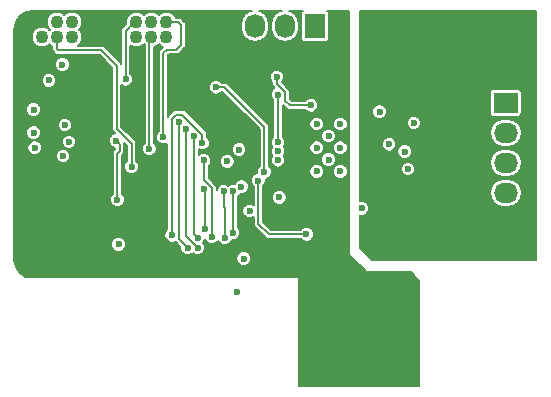
<source format=gbr>
G04 #@! TF.FileFunction,Copper,L2,Inr,Signal*
%FSLAX46Y46*%
G04 Gerber Fmt 4.6, Leading zero omitted, Abs format (unit mm)*
G04 Created by KiCad (PCBNEW 4.0.6-e0-6349~53~ubuntu14.04.1) date Wed Mar 29 13:27:08 2017*
%MOMM*%
%LPD*%
G01*
G04 APERTURE LIST*
%ADD10C,0.100000*%
%ADD11C,0.600000*%
%ADD12R,2.032000X1.727200*%
%ADD13O,2.032000X1.727200*%
%ADD14C,1.100000*%
%ADD15R,1.727200X2.032000*%
%ADD16O,1.727200X2.032000*%
%ADD17C,0.150000*%
%ADD18C,1.000000*%
%ADD19C,0.500000*%
%ADD20C,0.200000*%
G04 APERTURE END LIST*
D10*
D11*
X152000000Y-83000000D03*
X152000000Y-81000000D03*
X153000000Y-84000000D03*
X151000000Y-84000000D03*
X153000000Y-82000000D03*
X151000000Y-82000000D03*
X153000000Y-80000000D03*
X151000000Y-80000000D03*
D12*
X167000000Y-78190000D03*
D13*
X167000000Y-80730000D03*
X167000000Y-83270000D03*
X167000000Y-85810000D03*
D11*
X143425000Y-83150000D03*
X144425000Y-82150000D03*
D14*
X138270000Y-72635000D03*
X138270000Y-71365000D03*
X137000000Y-72635000D03*
X137000000Y-71365000D03*
X135730000Y-72635000D03*
X135730000Y-71365000D03*
X130270000Y-72635000D03*
X130270000Y-71365000D03*
X129000000Y-72635000D03*
X129000000Y-71365000D03*
X127730000Y-72635000D03*
X127730000Y-71365000D03*
D15*
X150865000Y-71700000D03*
D16*
X148325000Y-71700000D03*
X145785000Y-71700000D03*
D11*
X129525000Y-82700000D03*
X145275000Y-76950000D03*
X143325000Y-74400000D03*
X147450000Y-84625000D03*
X135325000Y-77500000D03*
X140725000Y-76900000D03*
X138025000Y-83200000D03*
X151825000Y-90500000D03*
X150825000Y-90500000D03*
X149825000Y-90500000D03*
X140925000Y-90450000D03*
X139925000Y-80400000D03*
X140075000Y-90450000D03*
X139325000Y-79800000D03*
X143925000Y-89200000D03*
X143925000Y-85700000D03*
X143225000Y-89600000D03*
X143125000Y-85700000D03*
X158650000Y-85525000D03*
X158650000Y-86300000D03*
X158650000Y-87050000D03*
X134225000Y-90175000D03*
X156350000Y-84275000D03*
X156300000Y-79725000D03*
X142125000Y-89550000D03*
X141450000Y-83075000D03*
X141525000Y-88900000D03*
X141425000Y-85500000D03*
X138725000Y-89400000D03*
X141325000Y-81600000D03*
X156325000Y-78950000D03*
X147825000Y-86200000D03*
X159225000Y-79900000D03*
X157125000Y-81700000D03*
X158450000Y-82325000D03*
X158725000Y-83800000D03*
X144625000Y-85300000D03*
X154825000Y-87125000D03*
X150525000Y-78400000D03*
X147625000Y-76000000D03*
X142475000Y-76875000D03*
X146575000Y-84025000D03*
X129475000Y-74950000D03*
X138025000Y-81100000D03*
X130025000Y-81500000D03*
X136825000Y-82100000D03*
X134825000Y-76200000D03*
X128325000Y-76300000D03*
X147725000Y-83050000D03*
X135325000Y-83600000D03*
X147725000Y-82300000D03*
X127125000Y-82000000D03*
X129675000Y-80075000D03*
X147725000Y-77500000D03*
X147725000Y-81550000D03*
X140925000Y-89600000D03*
X140625000Y-81000000D03*
X144225000Y-94225000D03*
X127025000Y-78775000D03*
X145325000Y-87350000D03*
X134125000Y-86400000D03*
X134025000Y-81400000D03*
X144825000Y-91375000D03*
X127025000Y-80725000D03*
X146050000Y-84775000D03*
X150125000Y-89325000D03*
D17*
X135725000Y-72640000D02*
X135730000Y-72635000D01*
X139925000Y-89450000D02*
X140925000Y-90450000D01*
X139925000Y-89450000D02*
X139925000Y-80400000D01*
X139325000Y-89700000D02*
X140075000Y-90450000D01*
X139325000Y-89700000D02*
X139325000Y-79800000D01*
X143925000Y-85700000D02*
X143925000Y-89200000D01*
X143225000Y-89600000D02*
X143225000Y-87100000D01*
X143125000Y-87000000D02*
X143125000Y-85700000D01*
X143225000Y-87100000D02*
X143125000Y-87000000D01*
D18*
X156350000Y-84275000D02*
X156350000Y-83225000D01*
X156350000Y-83225000D02*
X156025000Y-82900000D01*
X156025000Y-82900000D02*
X156025000Y-81000000D01*
D19*
X156025000Y-81000000D02*
X156300000Y-80725000D01*
X156300000Y-80725000D02*
X156300000Y-79725000D01*
D17*
X141675000Y-84950000D02*
X141450000Y-84725000D01*
X142125000Y-89550000D02*
X142125000Y-85400000D01*
X142125000Y-85400000D02*
X141675000Y-84950000D01*
X141450000Y-84725000D02*
X141450000Y-83075000D01*
X141525000Y-88900000D02*
X141525000Y-85600000D01*
X141525000Y-85600000D02*
X141425000Y-85500000D01*
X138725000Y-79600000D02*
X139125000Y-79200000D01*
X139125000Y-79200000D02*
X139625000Y-79200000D01*
X138725000Y-89400000D02*
X138725000Y-79600000D01*
X139625000Y-79200000D02*
X141325000Y-80900000D01*
X141325000Y-80900000D02*
X141325000Y-81600000D01*
X150525000Y-78400000D02*
X148725000Y-78400000D01*
X147625000Y-76600000D02*
X147625000Y-76000000D01*
X148325000Y-77300000D02*
X147625000Y-76600000D01*
X148325000Y-78000000D02*
X148325000Y-77300000D01*
X148725000Y-78400000D02*
X148325000Y-78000000D01*
X143175000Y-76875000D02*
X142475000Y-76875000D01*
X145825000Y-79525000D02*
X143175000Y-76875000D01*
X146575000Y-80275000D02*
X146575000Y-84025000D01*
X145800000Y-79500000D02*
X145825000Y-79525000D01*
X145825000Y-79525000D02*
X146575000Y-80275000D01*
X138025000Y-81100000D02*
X138025000Y-74000000D01*
X139290000Y-71365000D02*
X138270000Y-71365000D01*
X139525000Y-71600000D02*
X139290000Y-71365000D01*
X139525000Y-73300000D02*
X139525000Y-71600000D01*
X139125000Y-73700000D02*
X139525000Y-73300000D01*
X138325000Y-73700000D02*
X139125000Y-73700000D01*
X138025000Y-74000000D02*
X138325000Y-73700000D01*
X136825000Y-72810000D02*
X136825000Y-82100000D01*
X136825000Y-72810000D02*
X137000000Y-72635000D01*
X137025000Y-72660000D02*
X137000000Y-72635000D01*
X134825000Y-76200000D02*
X134825000Y-72100000D01*
X134825000Y-72100000D02*
X135560000Y-71365000D01*
X135560000Y-71365000D02*
X135730000Y-71365000D01*
X135325000Y-83600000D02*
X135325000Y-81650000D01*
X129000000Y-73650000D02*
X129000000Y-72635000D01*
X129100000Y-73750000D02*
X129000000Y-73650000D01*
X132775000Y-73750000D02*
X129100000Y-73750000D01*
X134075000Y-75050000D02*
X132775000Y-73750000D01*
X134075000Y-80400000D02*
X134075000Y-75050000D01*
X135325000Y-81650000D02*
X134075000Y-80400000D01*
X147725000Y-81550000D02*
X147725000Y-77500000D01*
X130225000Y-72680000D02*
X130270000Y-72635000D01*
X140625000Y-89300000D02*
X140625000Y-81000000D01*
X140625000Y-89300000D02*
X140925000Y-89600000D01*
X134125000Y-86400000D02*
X134125000Y-82500000D01*
X134025000Y-81400000D02*
X134325000Y-81700000D01*
X134325000Y-82300000D02*
X134325000Y-81700000D01*
X134125000Y-82500000D02*
X134325000Y-82300000D01*
X146950000Y-89325000D02*
X146050000Y-88425000D01*
X146050000Y-88425000D02*
X146050000Y-84775000D01*
X150125000Y-89325000D02*
X146950000Y-89325000D01*
D20*
G36*
X145332056Y-70427922D02*
X144948068Y-70684494D01*
X144691496Y-71068482D01*
X144601400Y-71521426D01*
X144601400Y-71878574D01*
X144691496Y-72331518D01*
X144948068Y-72715506D01*
X145332056Y-72972078D01*
X145785000Y-73062174D01*
X146237944Y-72972078D01*
X146621932Y-72715506D01*
X146878504Y-72331518D01*
X146968600Y-71878574D01*
X146968600Y-71521426D01*
X146878504Y-71068482D01*
X146621932Y-70684494D01*
X146237944Y-70427922D01*
X146072434Y-70395000D01*
X148037566Y-70395000D01*
X147872056Y-70427922D01*
X147488068Y-70684494D01*
X147231496Y-71068482D01*
X147141400Y-71521426D01*
X147141400Y-71878574D01*
X147231496Y-72331518D01*
X147488068Y-72715506D01*
X147872056Y-72972078D01*
X148325000Y-73062174D01*
X148777944Y-72972078D01*
X149161932Y-72715506D01*
X149418504Y-72331518D01*
X149508600Y-71878574D01*
X149508600Y-71521426D01*
X149418504Y-71068482D01*
X149161932Y-70684494D01*
X148777944Y-70427922D01*
X148612434Y-70395000D01*
X149859573Y-70395000D01*
X149773902Y-70450128D01*
X149700836Y-70557063D01*
X149675131Y-70684000D01*
X149675131Y-72716000D01*
X149697444Y-72834585D01*
X149767528Y-72943498D01*
X149874463Y-73016564D01*
X150001400Y-73042269D01*
X151728600Y-73042269D01*
X151847185Y-73019956D01*
X151956098Y-72949872D01*
X152029164Y-72842937D01*
X152054869Y-72716000D01*
X152054869Y-70684000D01*
X152032556Y-70565415D01*
X151962472Y-70456502D01*
X151872461Y-70395000D01*
X153725000Y-70395000D01*
X153725000Y-91000000D01*
X153732879Y-91038906D01*
X153754289Y-91070711D01*
X155154289Y-92470711D01*
X155187371Y-92492650D01*
X155225000Y-92500000D01*
X158982645Y-92500000D01*
X159700000Y-93240495D01*
X159700000Y-102200000D01*
X149500000Y-102200000D01*
X149500000Y-93000000D01*
X149492121Y-92961094D01*
X149469727Y-92928319D01*
X149436346Y-92906839D01*
X149400000Y-92900000D01*
X126275496Y-92900000D01*
X125870565Y-92629435D01*
X125524323Y-92111245D01*
X125402298Y-91497785D01*
X144204892Y-91497785D01*
X144299083Y-91725743D01*
X144473339Y-91900304D01*
X144701133Y-91994893D01*
X144947785Y-91995108D01*
X145175743Y-91900917D01*
X145350304Y-91726661D01*
X145444893Y-91498867D01*
X145445108Y-91252215D01*
X145350917Y-91024257D01*
X145176661Y-90849696D01*
X144948867Y-90755107D01*
X144702215Y-90754892D01*
X144474257Y-90849083D01*
X144299696Y-91023339D01*
X144205107Y-91251133D01*
X144204892Y-91497785D01*
X125402298Y-91497785D01*
X125395000Y-91461096D01*
X125395000Y-90297785D01*
X133604892Y-90297785D01*
X133699083Y-90525743D01*
X133873339Y-90700304D01*
X134101133Y-90794893D01*
X134347785Y-90795108D01*
X134575743Y-90700917D01*
X134750304Y-90526661D01*
X134844893Y-90298867D01*
X134845108Y-90052215D01*
X134750917Y-89824257D01*
X134576661Y-89649696D01*
X134348867Y-89555107D01*
X134102215Y-89554892D01*
X133874257Y-89649083D01*
X133699696Y-89823339D01*
X133605107Y-90051133D01*
X133604892Y-90297785D01*
X125395000Y-90297785D01*
X125395000Y-82822785D01*
X128904892Y-82822785D01*
X128999083Y-83050743D01*
X129173339Y-83225304D01*
X129401133Y-83319893D01*
X129647785Y-83320108D01*
X129875743Y-83225917D01*
X130050304Y-83051661D01*
X130144893Y-82823867D01*
X130145108Y-82577215D01*
X130050917Y-82349257D01*
X129876661Y-82174696D01*
X129648867Y-82080107D01*
X129402215Y-82079892D01*
X129174257Y-82174083D01*
X128999696Y-82348339D01*
X128905107Y-82576133D01*
X128904892Y-82822785D01*
X125395000Y-82822785D01*
X125395000Y-82122785D01*
X126504892Y-82122785D01*
X126599083Y-82350743D01*
X126773339Y-82525304D01*
X127001133Y-82619893D01*
X127247785Y-82620108D01*
X127475743Y-82525917D01*
X127650304Y-82351661D01*
X127744893Y-82123867D01*
X127745108Y-81877215D01*
X127650917Y-81649257D01*
X127624492Y-81622785D01*
X129404892Y-81622785D01*
X129499083Y-81850743D01*
X129673339Y-82025304D01*
X129901133Y-82119893D01*
X130147785Y-82120108D01*
X130375743Y-82025917D01*
X130550304Y-81851661D01*
X130644893Y-81623867D01*
X130645108Y-81377215D01*
X130550917Y-81149257D01*
X130376661Y-80974696D01*
X130148867Y-80880107D01*
X129902215Y-80879892D01*
X129674257Y-80974083D01*
X129499696Y-81148339D01*
X129405107Y-81376133D01*
X129404892Y-81622785D01*
X127624492Y-81622785D01*
X127476661Y-81474696D01*
X127248867Y-81380107D01*
X127002215Y-81379892D01*
X126774257Y-81474083D01*
X126599696Y-81648339D01*
X126505107Y-81876133D01*
X126504892Y-82122785D01*
X125395000Y-82122785D01*
X125395000Y-80847785D01*
X126404892Y-80847785D01*
X126499083Y-81075743D01*
X126673339Y-81250304D01*
X126901133Y-81344893D01*
X127147785Y-81345108D01*
X127375743Y-81250917D01*
X127550304Y-81076661D01*
X127644893Y-80848867D01*
X127645108Y-80602215D01*
X127550917Y-80374257D01*
X127376661Y-80199696D01*
X127372059Y-80197785D01*
X129054892Y-80197785D01*
X129149083Y-80425743D01*
X129323339Y-80600304D01*
X129551133Y-80694893D01*
X129797785Y-80695108D01*
X130025743Y-80600917D01*
X130200304Y-80426661D01*
X130294893Y-80198867D01*
X130295108Y-79952215D01*
X130200917Y-79724257D01*
X130026661Y-79549696D01*
X129798867Y-79455107D01*
X129552215Y-79454892D01*
X129324257Y-79549083D01*
X129149696Y-79723339D01*
X129055107Y-79951133D01*
X129054892Y-80197785D01*
X127372059Y-80197785D01*
X127148867Y-80105107D01*
X126902215Y-80104892D01*
X126674257Y-80199083D01*
X126499696Y-80373339D01*
X126405107Y-80601133D01*
X126404892Y-80847785D01*
X125395000Y-80847785D01*
X125395000Y-78897785D01*
X126404892Y-78897785D01*
X126499083Y-79125743D01*
X126673339Y-79300304D01*
X126901133Y-79394893D01*
X127147785Y-79395108D01*
X127375743Y-79300917D01*
X127550304Y-79126661D01*
X127644893Y-78898867D01*
X127645108Y-78652215D01*
X127550917Y-78424257D01*
X127376661Y-78249696D01*
X127148867Y-78155107D01*
X126902215Y-78154892D01*
X126674257Y-78249083D01*
X126499696Y-78423339D01*
X126405107Y-78651133D01*
X126404892Y-78897785D01*
X125395000Y-78897785D01*
X125395000Y-76422785D01*
X127704892Y-76422785D01*
X127799083Y-76650743D01*
X127973339Y-76825304D01*
X128201133Y-76919893D01*
X128447785Y-76920108D01*
X128675743Y-76825917D01*
X128850304Y-76651661D01*
X128944893Y-76423867D01*
X128945108Y-76177215D01*
X128850917Y-75949257D01*
X128676661Y-75774696D01*
X128448867Y-75680107D01*
X128202215Y-75679892D01*
X127974257Y-75774083D01*
X127799696Y-75948339D01*
X127705107Y-76176133D01*
X127704892Y-76422785D01*
X125395000Y-76422785D01*
X125395000Y-75072785D01*
X128854892Y-75072785D01*
X128949083Y-75300743D01*
X129123339Y-75475304D01*
X129351133Y-75569893D01*
X129597785Y-75570108D01*
X129825743Y-75475917D01*
X130000304Y-75301661D01*
X130094893Y-75073867D01*
X130095108Y-74827215D01*
X130000917Y-74599257D01*
X129826661Y-74424696D01*
X129598867Y-74330107D01*
X129352215Y-74329892D01*
X129124257Y-74424083D01*
X128949696Y-74598339D01*
X128855107Y-74826133D01*
X128854892Y-75072785D01*
X125395000Y-75072785D01*
X125395000Y-72807294D01*
X126859850Y-72807294D01*
X126992020Y-73127171D01*
X127236541Y-73372120D01*
X127556187Y-73504848D01*
X127902294Y-73505150D01*
X128222171Y-73372980D01*
X128365035Y-73230366D01*
X128506541Y-73372120D01*
X128605000Y-73413004D01*
X128605000Y-73650000D01*
X128635068Y-73801160D01*
X128720693Y-73929307D01*
X128820693Y-74029307D01*
X128948840Y-74114932D01*
X129100000Y-74145000D01*
X132611386Y-74145000D01*
X133680000Y-75213614D01*
X133680000Y-80400000D01*
X133710068Y-80551160D01*
X133795693Y-80679307D01*
X133898014Y-80781628D01*
X133674257Y-80874083D01*
X133499696Y-81048339D01*
X133405107Y-81276133D01*
X133404892Y-81522785D01*
X133499083Y-81750743D01*
X133673339Y-81925304D01*
X133901133Y-82019893D01*
X133930000Y-82019918D01*
X133930000Y-82136386D01*
X133845693Y-82220693D01*
X133760068Y-82348840D01*
X133730000Y-82500000D01*
X133730000Y-85918263D01*
X133599696Y-86048339D01*
X133505107Y-86276133D01*
X133504892Y-86522785D01*
X133599083Y-86750743D01*
X133773339Y-86925304D01*
X134001133Y-87019893D01*
X134247785Y-87020108D01*
X134475743Y-86925917D01*
X134650304Y-86751661D01*
X134744893Y-86523867D01*
X134745108Y-86277215D01*
X134650917Y-86049257D01*
X134520000Y-85918111D01*
X134520000Y-82663614D01*
X134604307Y-82579307D01*
X134639981Y-82525917D01*
X134689932Y-82451160D01*
X134720000Y-82300000D01*
X134720000Y-81700000D01*
X134696067Y-81579681D01*
X134930000Y-81813614D01*
X134930000Y-83118263D01*
X134799696Y-83248339D01*
X134705107Y-83476133D01*
X134704892Y-83722785D01*
X134799083Y-83950743D01*
X134973339Y-84125304D01*
X135201133Y-84219893D01*
X135447785Y-84220108D01*
X135675743Y-84125917D01*
X135850304Y-83951661D01*
X135944893Y-83723867D01*
X135945108Y-83477215D01*
X135850917Y-83249257D01*
X135720000Y-83118111D01*
X135720000Y-81650000D01*
X135689932Y-81498840D01*
X135604307Y-81370693D01*
X134470000Y-80236386D01*
X134470000Y-76721959D01*
X134473339Y-76725304D01*
X134701133Y-76819893D01*
X134947785Y-76820108D01*
X135175743Y-76725917D01*
X135350304Y-76551661D01*
X135444893Y-76323867D01*
X135445108Y-76077215D01*
X135350917Y-75849257D01*
X135220000Y-75718111D01*
X135220000Y-73355550D01*
X135236541Y-73372120D01*
X135556187Y-73504848D01*
X135902294Y-73505150D01*
X136222171Y-73372980D01*
X136365035Y-73230366D01*
X136430000Y-73295445D01*
X136430000Y-81618263D01*
X136299696Y-81748339D01*
X136205107Y-81976133D01*
X136204892Y-82222785D01*
X136299083Y-82450743D01*
X136473339Y-82625304D01*
X136701133Y-82719893D01*
X136947785Y-82720108D01*
X137175743Y-82625917D01*
X137350304Y-82451661D01*
X137444893Y-82223867D01*
X137445108Y-81977215D01*
X137350917Y-81749257D01*
X137220000Y-81618111D01*
X137220000Y-73485438D01*
X137492171Y-73372980D01*
X137635035Y-73230366D01*
X137776541Y-73372120D01*
X138001044Y-73465342D01*
X137745693Y-73720693D01*
X137660068Y-73848840D01*
X137630000Y-74000000D01*
X137630000Y-80618263D01*
X137499696Y-80748339D01*
X137405107Y-80976133D01*
X137404892Y-81222785D01*
X137499083Y-81450743D01*
X137673339Y-81625304D01*
X137901133Y-81719893D01*
X138147785Y-81720108D01*
X138330000Y-81644818D01*
X138330000Y-88918263D01*
X138199696Y-89048339D01*
X138105107Y-89276133D01*
X138104892Y-89522785D01*
X138199083Y-89750743D01*
X138373339Y-89925304D01*
X138601133Y-90019893D01*
X138847785Y-90020108D01*
X139024239Y-89947198D01*
X139045693Y-89979307D01*
X139455052Y-90388666D01*
X139454892Y-90572785D01*
X139549083Y-90800743D01*
X139723339Y-90975304D01*
X139951133Y-91069893D01*
X140197785Y-91070108D01*
X140425743Y-90975917D01*
X140499977Y-90901813D01*
X140573339Y-90975304D01*
X140801133Y-91069893D01*
X141047785Y-91070108D01*
X141275743Y-90975917D01*
X141450304Y-90801661D01*
X141544893Y-90573867D01*
X141545108Y-90327215D01*
X141450917Y-90099257D01*
X141376813Y-90025023D01*
X141450304Y-89951661D01*
X141535423Y-89746674D01*
X141599083Y-89900743D01*
X141773339Y-90075304D01*
X142001133Y-90169893D01*
X142247785Y-90170108D01*
X142475743Y-90075917D01*
X142650304Y-89901661D01*
X142664588Y-89867260D01*
X142699083Y-89950743D01*
X142873339Y-90125304D01*
X143101133Y-90219893D01*
X143347785Y-90220108D01*
X143575743Y-90125917D01*
X143750304Y-89951661D01*
X143805018Y-89819896D01*
X144047785Y-89820108D01*
X144275743Y-89725917D01*
X144450304Y-89551661D01*
X144544893Y-89323867D01*
X144545108Y-89077215D01*
X144450917Y-88849257D01*
X144320000Y-88718111D01*
X144320000Y-86181737D01*
X144450304Y-86051661D01*
X144505018Y-85919896D01*
X144747785Y-85920108D01*
X144975743Y-85825917D01*
X145150304Y-85651661D01*
X145244893Y-85423867D01*
X145245108Y-85177215D01*
X145150917Y-84949257D01*
X144976661Y-84774696D01*
X144748867Y-84680107D01*
X144502215Y-84679892D01*
X144274257Y-84774083D01*
X144099696Y-84948339D01*
X144044982Y-85080104D01*
X143802215Y-85079892D01*
X143574257Y-85174083D01*
X143525067Y-85223187D01*
X143476661Y-85174696D01*
X143248867Y-85080107D01*
X143002215Y-85079892D01*
X142774257Y-85174083D01*
X142599696Y-85348339D01*
X142520000Y-85540267D01*
X142520000Y-85400000D01*
X142489932Y-85248840D01*
X142404307Y-85120693D01*
X141845000Y-84561386D01*
X141845000Y-83556737D01*
X141975304Y-83426661D01*
X142039199Y-83272785D01*
X142804892Y-83272785D01*
X142899083Y-83500743D01*
X143073339Y-83675304D01*
X143301133Y-83769893D01*
X143547785Y-83770108D01*
X143775743Y-83675917D01*
X143950304Y-83501661D01*
X144044893Y-83273867D01*
X144045108Y-83027215D01*
X143950917Y-82799257D01*
X143776661Y-82624696D01*
X143548867Y-82530107D01*
X143302215Y-82529892D01*
X143074257Y-82624083D01*
X142899696Y-82798339D01*
X142805107Y-83026133D01*
X142804892Y-83272785D01*
X142039199Y-83272785D01*
X142069893Y-83198867D01*
X142070108Y-82952215D01*
X141975917Y-82724257D01*
X141801661Y-82549696D01*
X141573867Y-82455107D01*
X141327215Y-82454892D01*
X141099257Y-82549083D01*
X141020000Y-82628202D01*
X141020000Y-82272785D01*
X143804892Y-82272785D01*
X143899083Y-82500743D01*
X144073339Y-82675304D01*
X144301133Y-82769893D01*
X144547785Y-82770108D01*
X144775743Y-82675917D01*
X144950304Y-82501661D01*
X145044893Y-82273867D01*
X145045108Y-82027215D01*
X144950917Y-81799257D01*
X144776661Y-81624696D01*
X144548867Y-81530107D01*
X144302215Y-81529892D01*
X144074257Y-81624083D01*
X143899696Y-81798339D01*
X143805107Y-82026133D01*
X143804892Y-82272785D01*
X141020000Y-82272785D01*
X141020000Y-82144679D01*
X141201133Y-82219893D01*
X141447785Y-82220108D01*
X141675743Y-82125917D01*
X141850304Y-81951661D01*
X141944893Y-81723867D01*
X141945108Y-81477215D01*
X141850917Y-81249257D01*
X141720000Y-81118111D01*
X141720000Y-80900000D01*
X141689932Y-80748840D01*
X141604307Y-80620693D01*
X139904307Y-78920693D01*
X139776160Y-78835068D01*
X139625000Y-78805000D01*
X139125000Y-78805000D01*
X138973840Y-78835068D01*
X138845693Y-78920693D01*
X138445693Y-79320693D01*
X138420000Y-79359145D01*
X138420000Y-76997785D01*
X141854892Y-76997785D01*
X141949083Y-77225743D01*
X142123339Y-77400304D01*
X142351133Y-77494893D01*
X142597785Y-77495108D01*
X142825743Y-77400917D01*
X142956889Y-77270000D01*
X143011386Y-77270000D01*
X146180000Y-80438614D01*
X146180000Y-83543263D01*
X146049696Y-83673339D01*
X145955107Y-83901133D01*
X145954892Y-84147785D01*
X145957840Y-84154919D01*
X145927215Y-84154892D01*
X145699257Y-84249083D01*
X145524696Y-84423339D01*
X145430107Y-84651133D01*
X145429892Y-84897785D01*
X145524083Y-85125743D01*
X145655000Y-85256889D01*
X145655000Y-86815702D01*
X145448867Y-86730107D01*
X145202215Y-86729892D01*
X144974257Y-86824083D01*
X144799696Y-86998339D01*
X144705107Y-87226133D01*
X144704892Y-87472785D01*
X144799083Y-87700743D01*
X144973339Y-87875304D01*
X145201133Y-87969893D01*
X145447785Y-87970108D01*
X145655000Y-87884488D01*
X145655000Y-88425000D01*
X145685068Y-88576160D01*
X145770693Y-88704307D01*
X146670693Y-89604307D01*
X146798840Y-89689932D01*
X146950000Y-89720000D01*
X149643263Y-89720000D01*
X149773339Y-89850304D01*
X150001133Y-89944893D01*
X150247785Y-89945108D01*
X150475743Y-89850917D01*
X150650304Y-89676661D01*
X150744893Y-89448867D01*
X150745108Y-89202215D01*
X150650917Y-88974257D01*
X150476661Y-88799696D01*
X150248867Y-88705107D01*
X150002215Y-88704892D01*
X149774257Y-88799083D01*
X149643111Y-88930000D01*
X147113614Y-88930000D01*
X146445000Y-88261386D01*
X146445000Y-86322785D01*
X147204892Y-86322785D01*
X147299083Y-86550743D01*
X147473339Y-86725304D01*
X147701133Y-86819893D01*
X147947785Y-86820108D01*
X148175743Y-86725917D01*
X148350304Y-86551661D01*
X148444893Y-86323867D01*
X148445108Y-86077215D01*
X148350917Y-85849257D01*
X148176661Y-85674696D01*
X147948867Y-85580107D01*
X147702215Y-85579892D01*
X147474257Y-85674083D01*
X147299696Y-85848339D01*
X147205107Y-86076133D01*
X147204892Y-86322785D01*
X146445000Y-86322785D01*
X146445000Y-85256737D01*
X146575304Y-85126661D01*
X146669893Y-84898867D01*
X146670108Y-84652215D01*
X146667160Y-84645081D01*
X146697785Y-84645108D01*
X146925743Y-84550917D01*
X147100304Y-84376661D01*
X147194893Y-84148867D01*
X147194915Y-84122785D01*
X150379892Y-84122785D01*
X150474083Y-84350743D01*
X150648339Y-84525304D01*
X150876133Y-84619893D01*
X151122785Y-84620108D01*
X151350743Y-84525917D01*
X151525304Y-84351661D01*
X151619893Y-84123867D01*
X151619893Y-84122785D01*
X152379892Y-84122785D01*
X152474083Y-84350743D01*
X152648339Y-84525304D01*
X152876133Y-84619893D01*
X153122785Y-84620108D01*
X153350743Y-84525917D01*
X153525304Y-84351661D01*
X153619893Y-84123867D01*
X153620108Y-83877215D01*
X153525917Y-83649257D01*
X153351661Y-83474696D01*
X153123867Y-83380107D01*
X152877215Y-83379892D01*
X152649257Y-83474083D01*
X152474696Y-83648339D01*
X152380107Y-83876133D01*
X152379892Y-84122785D01*
X151619893Y-84122785D01*
X151620108Y-83877215D01*
X151525917Y-83649257D01*
X151351661Y-83474696D01*
X151123867Y-83380107D01*
X150877215Y-83379892D01*
X150649257Y-83474083D01*
X150474696Y-83648339D01*
X150380107Y-83876133D01*
X150379892Y-84122785D01*
X147194915Y-84122785D01*
X147195108Y-83902215D01*
X147100917Y-83674257D01*
X146970000Y-83543111D01*
X146970000Y-80275000D01*
X146939932Y-80123840D01*
X146854307Y-79995693D01*
X143454307Y-76595693D01*
X143326160Y-76510068D01*
X143175000Y-76480000D01*
X142956737Y-76480000D01*
X142826661Y-76349696D01*
X142598867Y-76255107D01*
X142352215Y-76254892D01*
X142124257Y-76349083D01*
X141949696Y-76523339D01*
X141855107Y-76751133D01*
X141854892Y-76997785D01*
X138420000Y-76997785D01*
X138420000Y-76122785D01*
X147004892Y-76122785D01*
X147099083Y-76350743D01*
X147230000Y-76481889D01*
X147230000Y-76600000D01*
X147260068Y-76751160D01*
X147345693Y-76879307D01*
X147421110Y-76954724D01*
X147374257Y-76974083D01*
X147199696Y-77148339D01*
X147105107Y-77376133D01*
X147104892Y-77622785D01*
X147199083Y-77850743D01*
X147330000Y-77981889D01*
X147330000Y-81068263D01*
X147199696Y-81198339D01*
X147105107Y-81426133D01*
X147104892Y-81672785D01*
X147199083Y-81900743D01*
X147223187Y-81924889D01*
X147199696Y-81948339D01*
X147105107Y-82176133D01*
X147104892Y-82422785D01*
X147199083Y-82650743D01*
X147223187Y-82674889D01*
X147199696Y-82698339D01*
X147105107Y-82926133D01*
X147104892Y-83172785D01*
X147199083Y-83400743D01*
X147373339Y-83575304D01*
X147601133Y-83669893D01*
X147847785Y-83670108D01*
X148075743Y-83575917D01*
X148250304Y-83401661D01*
X148344893Y-83173867D01*
X148344937Y-83122785D01*
X151379892Y-83122785D01*
X151474083Y-83350743D01*
X151648339Y-83525304D01*
X151876133Y-83619893D01*
X152122785Y-83620108D01*
X152350743Y-83525917D01*
X152525304Y-83351661D01*
X152619893Y-83123867D01*
X152620108Y-82877215D01*
X152525917Y-82649257D01*
X152351661Y-82474696D01*
X152123867Y-82380107D01*
X151877215Y-82379892D01*
X151649257Y-82474083D01*
X151474696Y-82648339D01*
X151380107Y-82876133D01*
X151379892Y-83122785D01*
X148344937Y-83122785D01*
X148345108Y-82927215D01*
X148250917Y-82699257D01*
X148226813Y-82675111D01*
X148250304Y-82651661D01*
X148344893Y-82423867D01*
X148345108Y-82177215D01*
X148322618Y-82122785D01*
X150379892Y-82122785D01*
X150474083Y-82350743D01*
X150648339Y-82525304D01*
X150876133Y-82619893D01*
X151122785Y-82620108D01*
X151350743Y-82525917D01*
X151525304Y-82351661D01*
X151619893Y-82123867D01*
X151619893Y-82122785D01*
X152379892Y-82122785D01*
X152474083Y-82350743D01*
X152648339Y-82525304D01*
X152876133Y-82619893D01*
X153122785Y-82620108D01*
X153350743Y-82525917D01*
X153525304Y-82351661D01*
X153619893Y-82123867D01*
X153620108Y-81877215D01*
X153525917Y-81649257D01*
X153351661Y-81474696D01*
X153123867Y-81380107D01*
X152877215Y-81379892D01*
X152649257Y-81474083D01*
X152474696Y-81648339D01*
X152380107Y-81876133D01*
X152379892Y-82122785D01*
X151619893Y-82122785D01*
X151620108Y-81877215D01*
X151525917Y-81649257D01*
X151351661Y-81474696D01*
X151123867Y-81380107D01*
X150877215Y-81379892D01*
X150649257Y-81474083D01*
X150474696Y-81648339D01*
X150380107Y-81876133D01*
X150379892Y-82122785D01*
X148322618Y-82122785D01*
X148250917Y-81949257D01*
X148226813Y-81925111D01*
X148250304Y-81901661D01*
X148344893Y-81673867D01*
X148345108Y-81427215D01*
X148250917Y-81199257D01*
X148174579Y-81122785D01*
X151379892Y-81122785D01*
X151474083Y-81350743D01*
X151648339Y-81525304D01*
X151876133Y-81619893D01*
X152122785Y-81620108D01*
X152350743Y-81525917D01*
X152525304Y-81351661D01*
X152619893Y-81123867D01*
X152620108Y-80877215D01*
X152525917Y-80649257D01*
X152351661Y-80474696D01*
X152123867Y-80380107D01*
X151877215Y-80379892D01*
X151649257Y-80474083D01*
X151474696Y-80648339D01*
X151380107Y-80876133D01*
X151379892Y-81122785D01*
X148174579Y-81122785D01*
X148120000Y-81068111D01*
X148120000Y-80122785D01*
X150379892Y-80122785D01*
X150474083Y-80350743D01*
X150648339Y-80525304D01*
X150876133Y-80619893D01*
X151122785Y-80620108D01*
X151350743Y-80525917D01*
X151525304Y-80351661D01*
X151619893Y-80123867D01*
X151619893Y-80122785D01*
X152379892Y-80122785D01*
X152474083Y-80350743D01*
X152648339Y-80525304D01*
X152876133Y-80619893D01*
X153122785Y-80620108D01*
X153350743Y-80525917D01*
X153525304Y-80351661D01*
X153619893Y-80123867D01*
X153620108Y-79877215D01*
X153525917Y-79649257D01*
X153351661Y-79474696D01*
X153123867Y-79380107D01*
X152877215Y-79379892D01*
X152649257Y-79474083D01*
X152474696Y-79648339D01*
X152380107Y-79876133D01*
X152379892Y-80122785D01*
X151619893Y-80122785D01*
X151620108Y-79877215D01*
X151525917Y-79649257D01*
X151351661Y-79474696D01*
X151123867Y-79380107D01*
X150877215Y-79379892D01*
X150649257Y-79474083D01*
X150474696Y-79648339D01*
X150380107Y-79876133D01*
X150379892Y-80122785D01*
X148120000Y-80122785D01*
X148120000Y-78353614D01*
X148445693Y-78679307D01*
X148573840Y-78764932D01*
X148725000Y-78795000D01*
X150043263Y-78795000D01*
X150173339Y-78925304D01*
X150401133Y-79019893D01*
X150647785Y-79020108D01*
X150875743Y-78925917D01*
X151050304Y-78751661D01*
X151144893Y-78523867D01*
X151145108Y-78277215D01*
X151050917Y-78049257D01*
X150876661Y-77874696D01*
X150648867Y-77780107D01*
X150402215Y-77779892D01*
X150174257Y-77874083D01*
X150043111Y-78005000D01*
X148888614Y-78005000D01*
X148720000Y-77836386D01*
X148720000Y-77300000D01*
X148689932Y-77148840D01*
X148660639Y-77105000D01*
X148604307Y-77020692D01*
X148042696Y-76459081D01*
X148150304Y-76351661D01*
X148244893Y-76123867D01*
X148245108Y-75877215D01*
X148150917Y-75649257D01*
X147976661Y-75474696D01*
X147748867Y-75380107D01*
X147502215Y-75379892D01*
X147274257Y-75474083D01*
X147099696Y-75648339D01*
X147005107Y-75876133D01*
X147004892Y-76122785D01*
X138420000Y-76122785D01*
X138420000Y-74163614D01*
X138488614Y-74095000D01*
X139125000Y-74095000D01*
X139276160Y-74064932D01*
X139404307Y-73979307D01*
X139804307Y-73579307D01*
X139889932Y-73451160D01*
X139895992Y-73420693D01*
X139920000Y-73300000D01*
X139920000Y-71600000D01*
X139889932Y-71448840D01*
X139804307Y-71320693D01*
X139569307Y-71085693D01*
X139441160Y-71000068D01*
X139290000Y-70970000D01*
X139048130Y-70970000D01*
X139007980Y-70872829D01*
X138763459Y-70627880D01*
X138443813Y-70495152D01*
X138097706Y-70494850D01*
X137777829Y-70627020D01*
X137634965Y-70769634D01*
X137493459Y-70627880D01*
X137173813Y-70495152D01*
X136827706Y-70494850D01*
X136507829Y-70627020D01*
X136364965Y-70769634D01*
X136223459Y-70627880D01*
X135903813Y-70495152D01*
X135557706Y-70494850D01*
X135237829Y-70627020D01*
X134992880Y-70871541D01*
X134860152Y-71191187D01*
X134859877Y-71506509D01*
X134545693Y-71820693D01*
X134460068Y-71948840D01*
X134430000Y-72100000D01*
X134430000Y-74883976D01*
X134354307Y-74770693D01*
X133054307Y-73470693D01*
X132926160Y-73385068D01*
X132775000Y-73355000D01*
X130780182Y-73355000D01*
X131007120Y-73128459D01*
X131139848Y-72808813D01*
X131140150Y-72462706D01*
X131007980Y-72142829D01*
X130865366Y-71999965D01*
X131007120Y-71858459D01*
X131139848Y-71538813D01*
X131140150Y-71192706D01*
X131007980Y-70872829D01*
X130763459Y-70627880D01*
X130443813Y-70495152D01*
X130097706Y-70494850D01*
X129777829Y-70627020D01*
X129634965Y-70769634D01*
X129493459Y-70627880D01*
X129173813Y-70495152D01*
X128827706Y-70494850D01*
X128507829Y-70627020D01*
X128262880Y-70871541D01*
X128130152Y-71191187D01*
X128129850Y-71537294D01*
X128262020Y-71857171D01*
X128404634Y-72000035D01*
X128364965Y-72039634D01*
X128223459Y-71897880D01*
X127903813Y-71765152D01*
X127557706Y-71764850D01*
X127237829Y-71897020D01*
X126992880Y-72141541D01*
X126860152Y-72461187D01*
X126859850Y-72807294D01*
X125395000Y-72807294D01*
X125395000Y-72038904D01*
X125524323Y-71388755D01*
X125870565Y-70870565D01*
X126388755Y-70524323D01*
X127038903Y-70395000D01*
X145497566Y-70395000D01*
X145332056Y-70427922D01*
X145332056Y-70427922D01*
G37*
X145332056Y-70427922D02*
X144948068Y-70684494D01*
X144691496Y-71068482D01*
X144601400Y-71521426D01*
X144601400Y-71878574D01*
X144691496Y-72331518D01*
X144948068Y-72715506D01*
X145332056Y-72972078D01*
X145785000Y-73062174D01*
X146237944Y-72972078D01*
X146621932Y-72715506D01*
X146878504Y-72331518D01*
X146968600Y-71878574D01*
X146968600Y-71521426D01*
X146878504Y-71068482D01*
X146621932Y-70684494D01*
X146237944Y-70427922D01*
X146072434Y-70395000D01*
X148037566Y-70395000D01*
X147872056Y-70427922D01*
X147488068Y-70684494D01*
X147231496Y-71068482D01*
X147141400Y-71521426D01*
X147141400Y-71878574D01*
X147231496Y-72331518D01*
X147488068Y-72715506D01*
X147872056Y-72972078D01*
X148325000Y-73062174D01*
X148777944Y-72972078D01*
X149161932Y-72715506D01*
X149418504Y-72331518D01*
X149508600Y-71878574D01*
X149508600Y-71521426D01*
X149418504Y-71068482D01*
X149161932Y-70684494D01*
X148777944Y-70427922D01*
X148612434Y-70395000D01*
X149859573Y-70395000D01*
X149773902Y-70450128D01*
X149700836Y-70557063D01*
X149675131Y-70684000D01*
X149675131Y-72716000D01*
X149697444Y-72834585D01*
X149767528Y-72943498D01*
X149874463Y-73016564D01*
X150001400Y-73042269D01*
X151728600Y-73042269D01*
X151847185Y-73019956D01*
X151956098Y-72949872D01*
X152029164Y-72842937D01*
X152054869Y-72716000D01*
X152054869Y-70684000D01*
X152032556Y-70565415D01*
X151962472Y-70456502D01*
X151872461Y-70395000D01*
X153725000Y-70395000D01*
X153725000Y-91000000D01*
X153732879Y-91038906D01*
X153754289Y-91070711D01*
X155154289Y-92470711D01*
X155187371Y-92492650D01*
X155225000Y-92500000D01*
X158982645Y-92500000D01*
X159700000Y-93240495D01*
X159700000Y-102200000D01*
X149500000Y-102200000D01*
X149500000Y-93000000D01*
X149492121Y-92961094D01*
X149469727Y-92928319D01*
X149436346Y-92906839D01*
X149400000Y-92900000D01*
X126275496Y-92900000D01*
X125870565Y-92629435D01*
X125524323Y-92111245D01*
X125402298Y-91497785D01*
X144204892Y-91497785D01*
X144299083Y-91725743D01*
X144473339Y-91900304D01*
X144701133Y-91994893D01*
X144947785Y-91995108D01*
X145175743Y-91900917D01*
X145350304Y-91726661D01*
X145444893Y-91498867D01*
X145445108Y-91252215D01*
X145350917Y-91024257D01*
X145176661Y-90849696D01*
X144948867Y-90755107D01*
X144702215Y-90754892D01*
X144474257Y-90849083D01*
X144299696Y-91023339D01*
X144205107Y-91251133D01*
X144204892Y-91497785D01*
X125402298Y-91497785D01*
X125395000Y-91461096D01*
X125395000Y-90297785D01*
X133604892Y-90297785D01*
X133699083Y-90525743D01*
X133873339Y-90700304D01*
X134101133Y-90794893D01*
X134347785Y-90795108D01*
X134575743Y-90700917D01*
X134750304Y-90526661D01*
X134844893Y-90298867D01*
X134845108Y-90052215D01*
X134750917Y-89824257D01*
X134576661Y-89649696D01*
X134348867Y-89555107D01*
X134102215Y-89554892D01*
X133874257Y-89649083D01*
X133699696Y-89823339D01*
X133605107Y-90051133D01*
X133604892Y-90297785D01*
X125395000Y-90297785D01*
X125395000Y-82822785D01*
X128904892Y-82822785D01*
X128999083Y-83050743D01*
X129173339Y-83225304D01*
X129401133Y-83319893D01*
X129647785Y-83320108D01*
X129875743Y-83225917D01*
X130050304Y-83051661D01*
X130144893Y-82823867D01*
X130145108Y-82577215D01*
X130050917Y-82349257D01*
X129876661Y-82174696D01*
X129648867Y-82080107D01*
X129402215Y-82079892D01*
X129174257Y-82174083D01*
X128999696Y-82348339D01*
X128905107Y-82576133D01*
X128904892Y-82822785D01*
X125395000Y-82822785D01*
X125395000Y-82122785D01*
X126504892Y-82122785D01*
X126599083Y-82350743D01*
X126773339Y-82525304D01*
X127001133Y-82619893D01*
X127247785Y-82620108D01*
X127475743Y-82525917D01*
X127650304Y-82351661D01*
X127744893Y-82123867D01*
X127745108Y-81877215D01*
X127650917Y-81649257D01*
X127624492Y-81622785D01*
X129404892Y-81622785D01*
X129499083Y-81850743D01*
X129673339Y-82025304D01*
X129901133Y-82119893D01*
X130147785Y-82120108D01*
X130375743Y-82025917D01*
X130550304Y-81851661D01*
X130644893Y-81623867D01*
X130645108Y-81377215D01*
X130550917Y-81149257D01*
X130376661Y-80974696D01*
X130148867Y-80880107D01*
X129902215Y-80879892D01*
X129674257Y-80974083D01*
X129499696Y-81148339D01*
X129405107Y-81376133D01*
X129404892Y-81622785D01*
X127624492Y-81622785D01*
X127476661Y-81474696D01*
X127248867Y-81380107D01*
X127002215Y-81379892D01*
X126774257Y-81474083D01*
X126599696Y-81648339D01*
X126505107Y-81876133D01*
X126504892Y-82122785D01*
X125395000Y-82122785D01*
X125395000Y-80847785D01*
X126404892Y-80847785D01*
X126499083Y-81075743D01*
X126673339Y-81250304D01*
X126901133Y-81344893D01*
X127147785Y-81345108D01*
X127375743Y-81250917D01*
X127550304Y-81076661D01*
X127644893Y-80848867D01*
X127645108Y-80602215D01*
X127550917Y-80374257D01*
X127376661Y-80199696D01*
X127372059Y-80197785D01*
X129054892Y-80197785D01*
X129149083Y-80425743D01*
X129323339Y-80600304D01*
X129551133Y-80694893D01*
X129797785Y-80695108D01*
X130025743Y-80600917D01*
X130200304Y-80426661D01*
X130294893Y-80198867D01*
X130295108Y-79952215D01*
X130200917Y-79724257D01*
X130026661Y-79549696D01*
X129798867Y-79455107D01*
X129552215Y-79454892D01*
X129324257Y-79549083D01*
X129149696Y-79723339D01*
X129055107Y-79951133D01*
X129054892Y-80197785D01*
X127372059Y-80197785D01*
X127148867Y-80105107D01*
X126902215Y-80104892D01*
X126674257Y-80199083D01*
X126499696Y-80373339D01*
X126405107Y-80601133D01*
X126404892Y-80847785D01*
X125395000Y-80847785D01*
X125395000Y-78897785D01*
X126404892Y-78897785D01*
X126499083Y-79125743D01*
X126673339Y-79300304D01*
X126901133Y-79394893D01*
X127147785Y-79395108D01*
X127375743Y-79300917D01*
X127550304Y-79126661D01*
X127644893Y-78898867D01*
X127645108Y-78652215D01*
X127550917Y-78424257D01*
X127376661Y-78249696D01*
X127148867Y-78155107D01*
X126902215Y-78154892D01*
X126674257Y-78249083D01*
X126499696Y-78423339D01*
X126405107Y-78651133D01*
X126404892Y-78897785D01*
X125395000Y-78897785D01*
X125395000Y-76422785D01*
X127704892Y-76422785D01*
X127799083Y-76650743D01*
X127973339Y-76825304D01*
X128201133Y-76919893D01*
X128447785Y-76920108D01*
X128675743Y-76825917D01*
X128850304Y-76651661D01*
X128944893Y-76423867D01*
X128945108Y-76177215D01*
X128850917Y-75949257D01*
X128676661Y-75774696D01*
X128448867Y-75680107D01*
X128202215Y-75679892D01*
X127974257Y-75774083D01*
X127799696Y-75948339D01*
X127705107Y-76176133D01*
X127704892Y-76422785D01*
X125395000Y-76422785D01*
X125395000Y-75072785D01*
X128854892Y-75072785D01*
X128949083Y-75300743D01*
X129123339Y-75475304D01*
X129351133Y-75569893D01*
X129597785Y-75570108D01*
X129825743Y-75475917D01*
X130000304Y-75301661D01*
X130094893Y-75073867D01*
X130095108Y-74827215D01*
X130000917Y-74599257D01*
X129826661Y-74424696D01*
X129598867Y-74330107D01*
X129352215Y-74329892D01*
X129124257Y-74424083D01*
X128949696Y-74598339D01*
X128855107Y-74826133D01*
X128854892Y-75072785D01*
X125395000Y-75072785D01*
X125395000Y-72807294D01*
X126859850Y-72807294D01*
X126992020Y-73127171D01*
X127236541Y-73372120D01*
X127556187Y-73504848D01*
X127902294Y-73505150D01*
X128222171Y-73372980D01*
X128365035Y-73230366D01*
X128506541Y-73372120D01*
X128605000Y-73413004D01*
X128605000Y-73650000D01*
X128635068Y-73801160D01*
X128720693Y-73929307D01*
X128820693Y-74029307D01*
X128948840Y-74114932D01*
X129100000Y-74145000D01*
X132611386Y-74145000D01*
X133680000Y-75213614D01*
X133680000Y-80400000D01*
X133710068Y-80551160D01*
X133795693Y-80679307D01*
X133898014Y-80781628D01*
X133674257Y-80874083D01*
X133499696Y-81048339D01*
X133405107Y-81276133D01*
X133404892Y-81522785D01*
X133499083Y-81750743D01*
X133673339Y-81925304D01*
X133901133Y-82019893D01*
X133930000Y-82019918D01*
X133930000Y-82136386D01*
X133845693Y-82220693D01*
X133760068Y-82348840D01*
X133730000Y-82500000D01*
X133730000Y-85918263D01*
X133599696Y-86048339D01*
X133505107Y-86276133D01*
X133504892Y-86522785D01*
X133599083Y-86750743D01*
X133773339Y-86925304D01*
X134001133Y-87019893D01*
X134247785Y-87020108D01*
X134475743Y-86925917D01*
X134650304Y-86751661D01*
X134744893Y-86523867D01*
X134745108Y-86277215D01*
X134650917Y-86049257D01*
X134520000Y-85918111D01*
X134520000Y-82663614D01*
X134604307Y-82579307D01*
X134639981Y-82525917D01*
X134689932Y-82451160D01*
X134720000Y-82300000D01*
X134720000Y-81700000D01*
X134696067Y-81579681D01*
X134930000Y-81813614D01*
X134930000Y-83118263D01*
X134799696Y-83248339D01*
X134705107Y-83476133D01*
X134704892Y-83722785D01*
X134799083Y-83950743D01*
X134973339Y-84125304D01*
X135201133Y-84219893D01*
X135447785Y-84220108D01*
X135675743Y-84125917D01*
X135850304Y-83951661D01*
X135944893Y-83723867D01*
X135945108Y-83477215D01*
X135850917Y-83249257D01*
X135720000Y-83118111D01*
X135720000Y-81650000D01*
X135689932Y-81498840D01*
X135604307Y-81370693D01*
X134470000Y-80236386D01*
X134470000Y-76721959D01*
X134473339Y-76725304D01*
X134701133Y-76819893D01*
X134947785Y-76820108D01*
X135175743Y-76725917D01*
X135350304Y-76551661D01*
X135444893Y-76323867D01*
X135445108Y-76077215D01*
X135350917Y-75849257D01*
X135220000Y-75718111D01*
X135220000Y-73355550D01*
X135236541Y-73372120D01*
X135556187Y-73504848D01*
X135902294Y-73505150D01*
X136222171Y-73372980D01*
X136365035Y-73230366D01*
X136430000Y-73295445D01*
X136430000Y-81618263D01*
X136299696Y-81748339D01*
X136205107Y-81976133D01*
X136204892Y-82222785D01*
X136299083Y-82450743D01*
X136473339Y-82625304D01*
X136701133Y-82719893D01*
X136947785Y-82720108D01*
X137175743Y-82625917D01*
X137350304Y-82451661D01*
X137444893Y-82223867D01*
X137445108Y-81977215D01*
X137350917Y-81749257D01*
X137220000Y-81618111D01*
X137220000Y-73485438D01*
X137492171Y-73372980D01*
X137635035Y-73230366D01*
X137776541Y-73372120D01*
X138001044Y-73465342D01*
X137745693Y-73720693D01*
X137660068Y-73848840D01*
X137630000Y-74000000D01*
X137630000Y-80618263D01*
X137499696Y-80748339D01*
X137405107Y-80976133D01*
X137404892Y-81222785D01*
X137499083Y-81450743D01*
X137673339Y-81625304D01*
X137901133Y-81719893D01*
X138147785Y-81720108D01*
X138330000Y-81644818D01*
X138330000Y-88918263D01*
X138199696Y-89048339D01*
X138105107Y-89276133D01*
X138104892Y-89522785D01*
X138199083Y-89750743D01*
X138373339Y-89925304D01*
X138601133Y-90019893D01*
X138847785Y-90020108D01*
X139024239Y-89947198D01*
X139045693Y-89979307D01*
X139455052Y-90388666D01*
X139454892Y-90572785D01*
X139549083Y-90800743D01*
X139723339Y-90975304D01*
X139951133Y-91069893D01*
X140197785Y-91070108D01*
X140425743Y-90975917D01*
X140499977Y-90901813D01*
X140573339Y-90975304D01*
X140801133Y-91069893D01*
X141047785Y-91070108D01*
X141275743Y-90975917D01*
X141450304Y-90801661D01*
X141544893Y-90573867D01*
X141545108Y-90327215D01*
X141450917Y-90099257D01*
X141376813Y-90025023D01*
X141450304Y-89951661D01*
X141535423Y-89746674D01*
X141599083Y-89900743D01*
X141773339Y-90075304D01*
X142001133Y-90169893D01*
X142247785Y-90170108D01*
X142475743Y-90075917D01*
X142650304Y-89901661D01*
X142664588Y-89867260D01*
X142699083Y-89950743D01*
X142873339Y-90125304D01*
X143101133Y-90219893D01*
X143347785Y-90220108D01*
X143575743Y-90125917D01*
X143750304Y-89951661D01*
X143805018Y-89819896D01*
X144047785Y-89820108D01*
X144275743Y-89725917D01*
X144450304Y-89551661D01*
X144544893Y-89323867D01*
X144545108Y-89077215D01*
X144450917Y-88849257D01*
X144320000Y-88718111D01*
X144320000Y-86181737D01*
X144450304Y-86051661D01*
X144505018Y-85919896D01*
X144747785Y-85920108D01*
X144975743Y-85825917D01*
X145150304Y-85651661D01*
X145244893Y-85423867D01*
X145245108Y-85177215D01*
X145150917Y-84949257D01*
X144976661Y-84774696D01*
X144748867Y-84680107D01*
X144502215Y-84679892D01*
X144274257Y-84774083D01*
X144099696Y-84948339D01*
X144044982Y-85080104D01*
X143802215Y-85079892D01*
X143574257Y-85174083D01*
X143525067Y-85223187D01*
X143476661Y-85174696D01*
X143248867Y-85080107D01*
X143002215Y-85079892D01*
X142774257Y-85174083D01*
X142599696Y-85348339D01*
X142520000Y-85540267D01*
X142520000Y-85400000D01*
X142489932Y-85248840D01*
X142404307Y-85120693D01*
X141845000Y-84561386D01*
X141845000Y-83556737D01*
X141975304Y-83426661D01*
X142039199Y-83272785D01*
X142804892Y-83272785D01*
X142899083Y-83500743D01*
X143073339Y-83675304D01*
X143301133Y-83769893D01*
X143547785Y-83770108D01*
X143775743Y-83675917D01*
X143950304Y-83501661D01*
X144044893Y-83273867D01*
X144045108Y-83027215D01*
X143950917Y-82799257D01*
X143776661Y-82624696D01*
X143548867Y-82530107D01*
X143302215Y-82529892D01*
X143074257Y-82624083D01*
X142899696Y-82798339D01*
X142805107Y-83026133D01*
X142804892Y-83272785D01*
X142039199Y-83272785D01*
X142069893Y-83198867D01*
X142070108Y-82952215D01*
X141975917Y-82724257D01*
X141801661Y-82549696D01*
X141573867Y-82455107D01*
X141327215Y-82454892D01*
X141099257Y-82549083D01*
X141020000Y-82628202D01*
X141020000Y-82272785D01*
X143804892Y-82272785D01*
X143899083Y-82500743D01*
X144073339Y-82675304D01*
X144301133Y-82769893D01*
X144547785Y-82770108D01*
X144775743Y-82675917D01*
X144950304Y-82501661D01*
X145044893Y-82273867D01*
X145045108Y-82027215D01*
X144950917Y-81799257D01*
X144776661Y-81624696D01*
X144548867Y-81530107D01*
X144302215Y-81529892D01*
X144074257Y-81624083D01*
X143899696Y-81798339D01*
X143805107Y-82026133D01*
X143804892Y-82272785D01*
X141020000Y-82272785D01*
X141020000Y-82144679D01*
X141201133Y-82219893D01*
X141447785Y-82220108D01*
X141675743Y-82125917D01*
X141850304Y-81951661D01*
X141944893Y-81723867D01*
X141945108Y-81477215D01*
X141850917Y-81249257D01*
X141720000Y-81118111D01*
X141720000Y-80900000D01*
X141689932Y-80748840D01*
X141604307Y-80620693D01*
X139904307Y-78920693D01*
X139776160Y-78835068D01*
X139625000Y-78805000D01*
X139125000Y-78805000D01*
X138973840Y-78835068D01*
X138845693Y-78920693D01*
X138445693Y-79320693D01*
X138420000Y-79359145D01*
X138420000Y-76997785D01*
X141854892Y-76997785D01*
X141949083Y-77225743D01*
X142123339Y-77400304D01*
X142351133Y-77494893D01*
X142597785Y-77495108D01*
X142825743Y-77400917D01*
X142956889Y-77270000D01*
X143011386Y-77270000D01*
X146180000Y-80438614D01*
X146180000Y-83543263D01*
X146049696Y-83673339D01*
X145955107Y-83901133D01*
X145954892Y-84147785D01*
X145957840Y-84154919D01*
X145927215Y-84154892D01*
X145699257Y-84249083D01*
X145524696Y-84423339D01*
X145430107Y-84651133D01*
X145429892Y-84897785D01*
X145524083Y-85125743D01*
X145655000Y-85256889D01*
X145655000Y-86815702D01*
X145448867Y-86730107D01*
X145202215Y-86729892D01*
X144974257Y-86824083D01*
X144799696Y-86998339D01*
X144705107Y-87226133D01*
X144704892Y-87472785D01*
X144799083Y-87700743D01*
X144973339Y-87875304D01*
X145201133Y-87969893D01*
X145447785Y-87970108D01*
X145655000Y-87884488D01*
X145655000Y-88425000D01*
X145685068Y-88576160D01*
X145770693Y-88704307D01*
X146670693Y-89604307D01*
X146798840Y-89689932D01*
X146950000Y-89720000D01*
X149643263Y-89720000D01*
X149773339Y-89850304D01*
X150001133Y-89944893D01*
X150247785Y-89945108D01*
X150475743Y-89850917D01*
X150650304Y-89676661D01*
X150744893Y-89448867D01*
X150745108Y-89202215D01*
X150650917Y-88974257D01*
X150476661Y-88799696D01*
X150248867Y-88705107D01*
X150002215Y-88704892D01*
X149774257Y-88799083D01*
X149643111Y-88930000D01*
X147113614Y-88930000D01*
X146445000Y-88261386D01*
X146445000Y-86322785D01*
X147204892Y-86322785D01*
X147299083Y-86550743D01*
X147473339Y-86725304D01*
X147701133Y-86819893D01*
X147947785Y-86820108D01*
X148175743Y-86725917D01*
X148350304Y-86551661D01*
X148444893Y-86323867D01*
X148445108Y-86077215D01*
X148350917Y-85849257D01*
X148176661Y-85674696D01*
X147948867Y-85580107D01*
X147702215Y-85579892D01*
X147474257Y-85674083D01*
X147299696Y-85848339D01*
X147205107Y-86076133D01*
X147204892Y-86322785D01*
X146445000Y-86322785D01*
X146445000Y-85256737D01*
X146575304Y-85126661D01*
X146669893Y-84898867D01*
X146670108Y-84652215D01*
X146667160Y-84645081D01*
X146697785Y-84645108D01*
X146925743Y-84550917D01*
X147100304Y-84376661D01*
X147194893Y-84148867D01*
X147194915Y-84122785D01*
X150379892Y-84122785D01*
X150474083Y-84350743D01*
X150648339Y-84525304D01*
X150876133Y-84619893D01*
X151122785Y-84620108D01*
X151350743Y-84525917D01*
X151525304Y-84351661D01*
X151619893Y-84123867D01*
X151619893Y-84122785D01*
X152379892Y-84122785D01*
X152474083Y-84350743D01*
X152648339Y-84525304D01*
X152876133Y-84619893D01*
X153122785Y-84620108D01*
X153350743Y-84525917D01*
X153525304Y-84351661D01*
X153619893Y-84123867D01*
X153620108Y-83877215D01*
X153525917Y-83649257D01*
X153351661Y-83474696D01*
X153123867Y-83380107D01*
X152877215Y-83379892D01*
X152649257Y-83474083D01*
X152474696Y-83648339D01*
X152380107Y-83876133D01*
X152379892Y-84122785D01*
X151619893Y-84122785D01*
X151620108Y-83877215D01*
X151525917Y-83649257D01*
X151351661Y-83474696D01*
X151123867Y-83380107D01*
X150877215Y-83379892D01*
X150649257Y-83474083D01*
X150474696Y-83648339D01*
X150380107Y-83876133D01*
X150379892Y-84122785D01*
X147194915Y-84122785D01*
X147195108Y-83902215D01*
X147100917Y-83674257D01*
X146970000Y-83543111D01*
X146970000Y-80275000D01*
X146939932Y-80123840D01*
X146854307Y-79995693D01*
X143454307Y-76595693D01*
X143326160Y-76510068D01*
X143175000Y-76480000D01*
X142956737Y-76480000D01*
X142826661Y-76349696D01*
X142598867Y-76255107D01*
X142352215Y-76254892D01*
X142124257Y-76349083D01*
X141949696Y-76523339D01*
X141855107Y-76751133D01*
X141854892Y-76997785D01*
X138420000Y-76997785D01*
X138420000Y-76122785D01*
X147004892Y-76122785D01*
X147099083Y-76350743D01*
X147230000Y-76481889D01*
X147230000Y-76600000D01*
X147260068Y-76751160D01*
X147345693Y-76879307D01*
X147421110Y-76954724D01*
X147374257Y-76974083D01*
X147199696Y-77148339D01*
X147105107Y-77376133D01*
X147104892Y-77622785D01*
X147199083Y-77850743D01*
X147330000Y-77981889D01*
X147330000Y-81068263D01*
X147199696Y-81198339D01*
X147105107Y-81426133D01*
X147104892Y-81672785D01*
X147199083Y-81900743D01*
X147223187Y-81924889D01*
X147199696Y-81948339D01*
X147105107Y-82176133D01*
X147104892Y-82422785D01*
X147199083Y-82650743D01*
X147223187Y-82674889D01*
X147199696Y-82698339D01*
X147105107Y-82926133D01*
X147104892Y-83172785D01*
X147199083Y-83400743D01*
X147373339Y-83575304D01*
X147601133Y-83669893D01*
X147847785Y-83670108D01*
X148075743Y-83575917D01*
X148250304Y-83401661D01*
X148344893Y-83173867D01*
X148344937Y-83122785D01*
X151379892Y-83122785D01*
X151474083Y-83350743D01*
X151648339Y-83525304D01*
X151876133Y-83619893D01*
X152122785Y-83620108D01*
X152350743Y-83525917D01*
X152525304Y-83351661D01*
X152619893Y-83123867D01*
X152620108Y-82877215D01*
X152525917Y-82649257D01*
X152351661Y-82474696D01*
X152123867Y-82380107D01*
X151877215Y-82379892D01*
X151649257Y-82474083D01*
X151474696Y-82648339D01*
X151380107Y-82876133D01*
X151379892Y-83122785D01*
X148344937Y-83122785D01*
X148345108Y-82927215D01*
X148250917Y-82699257D01*
X148226813Y-82675111D01*
X148250304Y-82651661D01*
X148344893Y-82423867D01*
X148345108Y-82177215D01*
X148322618Y-82122785D01*
X150379892Y-82122785D01*
X150474083Y-82350743D01*
X150648339Y-82525304D01*
X150876133Y-82619893D01*
X151122785Y-82620108D01*
X151350743Y-82525917D01*
X151525304Y-82351661D01*
X151619893Y-82123867D01*
X151619893Y-82122785D01*
X152379892Y-82122785D01*
X152474083Y-82350743D01*
X152648339Y-82525304D01*
X152876133Y-82619893D01*
X153122785Y-82620108D01*
X153350743Y-82525917D01*
X153525304Y-82351661D01*
X153619893Y-82123867D01*
X153620108Y-81877215D01*
X153525917Y-81649257D01*
X153351661Y-81474696D01*
X153123867Y-81380107D01*
X152877215Y-81379892D01*
X152649257Y-81474083D01*
X152474696Y-81648339D01*
X152380107Y-81876133D01*
X152379892Y-82122785D01*
X151619893Y-82122785D01*
X151620108Y-81877215D01*
X151525917Y-81649257D01*
X151351661Y-81474696D01*
X151123867Y-81380107D01*
X150877215Y-81379892D01*
X150649257Y-81474083D01*
X150474696Y-81648339D01*
X150380107Y-81876133D01*
X150379892Y-82122785D01*
X148322618Y-82122785D01*
X148250917Y-81949257D01*
X148226813Y-81925111D01*
X148250304Y-81901661D01*
X148344893Y-81673867D01*
X148345108Y-81427215D01*
X148250917Y-81199257D01*
X148174579Y-81122785D01*
X151379892Y-81122785D01*
X151474083Y-81350743D01*
X151648339Y-81525304D01*
X151876133Y-81619893D01*
X152122785Y-81620108D01*
X152350743Y-81525917D01*
X152525304Y-81351661D01*
X152619893Y-81123867D01*
X152620108Y-80877215D01*
X152525917Y-80649257D01*
X152351661Y-80474696D01*
X152123867Y-80380107D01*
X151877215Y-80379892D01*
X151649257Y-80474083D01*
X151474696Y-80648339D01*
X151380107Y-80876133D01*
X151379892Y-81122785D01*
X148174579Y-81122785D01*
X148120000Y-81068111D01*
X148120000Y-80122785D01*
X150379892Y-80122785D01*
X150474083Y-80350743D01*
X150648339Y-80525304D01*
X150876133Y-80619893D01*
X151122785Y-80620108D01*
X151350743Y-80525917D01*
X151525304Y-80351661D01*
X151619893Y-80123867D01*
X151619893Y-80122785D01*
X152379892Y-80122785D01*
X152474083Y-80350743D01*
X152648339Y-80525304D01*
X152876133Y-80619893D01*
X153122785Y-80620108D01*
X153350743Y-80525917D01*
X153525304Y-80351661D01*
X153619893Y-80123867D01*
X153620108Y-79877215D01*
X153525917Y-79649257D01*
X153351661Y-79474696D01*
X153123867Y-79380107D01*
X152877215Y-79379892D01*
X152649257Y-79474083D01*
X152474696Y-79648339D01*
X152380107Y-79876133D01*
X152379892Y-80122785D01*
X151619893Y-80122785D01*
X151620108Y-79877215D01*
X151525917Y-79649257D01*
X151351661Y-79474696D01*
X151123867Y-79380107D01*
X150877215Y-79379892D01*
X150649257Y-79474083D01*
X150474696Y-79648339D01*
X150380107Y-79876133D01*
X150379892Y-80122785D01*
X148120000Y-80122785D01*
X148120000Y-78353614D01*
X148445693Y-78679307D01*
X148573840Y-78764932D01*
X148725000Y-78795000D01*
X150043263Y-78795000D01*
X150173339Y-78925304D01*
X150401133Y-79019893D01*
X150647785Y-79020108D01*
X150875743Y-78925917D01*
X151050304Y-78751661D01*
X151144893Y-78523867D01*
X151145108Y-78277215D01*
X151050917Y-78049257D01*
X150876661Y-77874696D01*
X150648867Y-77780107D01*
X150402215Y-77779892D01*
X150174257Y-77874083D01*
X150043111Y-78005000D01*
X148888614Y-78005000D01*
X148720000Y-77836386D01*
X148720000Y-77300000D01*
X148689932Y-77148840D01*
X148660639Y-77105000D01*
X148604307Y-77020692D01*
X148042696Y-76459081D01*
X148150304Y-76351661D01*
X148244893Y-76123867D01*
X148245108Y-75877215D01*
X148150917Y-75649257D01*
X147976661Y-75474696D01*
X147748867Y-75380107D01*
X147502215Y-75379892D01*
X147274257Y-75474083D01*
X147099696Y-75648339D01*
X147005107Y-75876133D01*
X147004892Y-76122785D01*
X138420000Y-76122785D01*
X138420000Y-74163614D01*
X138488614Y-74095000D01*
X139125000Y-74095000D01*
X139276160Y-74064932D01*
X139404307Y-73979307D01*
X139804307Y-73579307D01*
X139889932Y-73451160D01*
X139895992Y-73420693D01*
X139920000Y-73300000D01*
X139920000Y-71600000D01*
X139889932Y-71448840D01*
X139804307Y-71320693D01*
X139569307Y-71085693D01*
X139441160Y-71000068D01*
X139290000Y-70970000D01*
X139048130Y-70970000D01*
X139007980Y-70872829D01*
X138763459Y-70627880D01*
X138443813Y-70495152D01*
X138097706Y-70494850D01*
X137777829Y-70627020D01*
X137634965Y-70769634D01*
X137493459Y-70627880D01*
X137173813Y-70495152D01*
X136827706Y-70494850D01*
X136507829Y-70627020D01*
X136364965Y-70769634D01*
X136223459Y-70627880D01*
X135903813Y-70495152D01*
X135557706Y-70494850D01*
X135237829Y-70627020D01*
X134992880Y-70871541D01*
X134860152Y-71191187D01*
X134859877Y-71506509D01*
X134545693Y-71820693D01*
X134460068Y-71948840D01*
X134430000Y-72100000D01*
X134430000Y-74883976D01*
X134354307Y-74770693D01*
X133054307Y-73470693D01*
X132926160Y-73385068D01*
X132775000Y-73355000D01*
X130780182Y-73355000D01*
X131007120Y-73128459D01*
X131139848Y-72808813D01*
X131140150Y-72462706D01*
X131007980Y-72142829D01*
X130865366Y-71999965D01*
X131007120Y-71858459D01*
X131139848Y-71538813D01*
X131140150Y-71192706D01*
X131007980Y-70872829D01*
X130763459Y-70627880D01*
X130443813Y-70495152D01*
X130097706Y-70494850D01*
X129777829Y-70627020D01*
X129634965Y-70769634D01*
X129493459Y-70627880D01*
X129173813Y-70495152D01*
X128827706Y-70494850D01*
X128507829Y-70627020D01*
X128262880Y-70871541D01*
X128130152Y-71191187D01*
X128129850Y-71537294D01*
X128262020Y-71857171D01*
X128404634Y-72000035D01*
X128364965Y-72039634D01*
X128223459Y-71897880D01*
X127903813Y-71765152D01*
X127557706Y-71764850D01*
X127237829Y-71897020D01*
X126992880Y-72141541D01*
X126860152Y-72461187D01*
X126859850Y-72807294D01*
X125395000Y-72807294D01*
X125395000Y-72038904D01*
X125524323Y-71388755D01*
X125870565Y-70870565D01*
X126388755Y-70524323D01*
X127038903Y-70395000D01*
X145497566Y-70395000D01*
X145332056Y-70427922D01*
G36*
X169597716Y-70402284D02*
X169605000Y-70438903D01*
X169605000Y-91500000D01*
X155666422Y-91500000D01*
X154625000Y-90458578D01*
X154625000Y-87713280D01*
X154701133Y-87744893D01*
X154947785Y-87745108D01*
X155175743Y-87650917D01*
X155350304Y-87476661D01*
X155444893Y-87248867D01*
X155445108Y-87002215D01*
X155350917Y-86774257D01*
X155176661Y-86599696D01*
X154948867Y-86505107D01*
X154702215Y-86504892D01*
X154625000Y-86536797D01*
X154625000Y-85810000D01*
X165637826Y-85810000D01*
X165727922Y-86262944D01*
X165984494Y-86646932D01*
X166368482Y-86903504D01*
X166821426Y-86993600D01*
X167178574Y-86993600D01*
X167631518Y-86903504D01*
X168015506Y-86646932D01*
X168272078Y-86262944D01*
X168362174Y-85810000D01*
X168272078Y-85357056D01*
X168015506Y-84973068D01*
X167631518Y-84716496D01*
X167178574Y-84626400D01*
X166821426Y-84626400D01*
X166368482Y-84716496D01*
X165984494Y-84973068D01*
X165727922Y-85357056D01*
X165637826Y-85810000D01*
X154625000Y-85810000D01*
X154625000Y-83922785D01*
X158104892Y-83922785D01*
X158199083Y-84150743D01*
X158373339Y-84325304D01*
X158601133Y-84419893D01*
X158847785Y-84420108D01*
X159075743Y-84325917D01*
X159250304Y-84151661D01*
X159344893Y-83923867D01*
X159345108Y-83677215D01*
X159250917Y-83449257D01*
X159076661Y-83274696D01*
X159065352Y-83270000D01*
X165637826Y-83270000D01*
X165727922Y-83722944D01*
X165984494Y-84106932D01*
X166368482Y-84363504D01*
X166821426Y-84453600D01*
X167178574Y-84453600D01*
X167631518Y-84363504D01*
X168015506Y-84106932D01*
X168272078Y-83722944D01*
X168362174Y-83270000D01*
X168272078Y-82817056D01*
X168015506Y-82433068D01*
X167631518Y-82176496D01*
X167178574Y-82086400D01*
X166821426Y-82086400D01*
X166368482Y-82176496D01*
X165984494Y-82433068D01*
X165727922Y-82817056D01*
X165637826Y-83270000D01*
X159065352Y-83270000D01*
X158848867Y-83180107D01*
X158602215Y-83179892D01*
X158374257Y-83274083D01*
X158199696Y-83448339D01*
X158105107Y-83676133D01*
X158104892Y-83922785D01*
X154625000Y-83922785D01*
X154625000Y-82447785D01*
X157829892Y-82447785D01*
X157924083Y-82675743D01*
X158098339Y-82850304D01*
X158326133Y-82944893D01*
X158572785Y-82945108D01*
X158800743Y-82850917D01*
X158975304Y-82676661D01*
X159069893Y-82448867D01*
X159070108Y-82202215D01*
X158975917Y-81974257D01*
X158801661Y-81799696D01*
X158573867Y-81705107D01*
X158327215Y-81704892D01*
X158099257Y-81799083D01*
X157924696Y-81973339D01*
X157830107Y-82201133D01*
X157829892Y-82447785D01*
X154625000Y-82447785D01*
X154625000Y-81822785D01*
X156504892Y-81822785D01*
X156599083Y-82050743D01*
X156773339Y-82225304D01*
X157001133Y-82319893D01*
X157247785Y-82320108D01*
X157475743Y-82225917D01*
X157650304Y-82051661D01*
X157744893Y-81823867D01*
X157745108Y-81577215D01*
X157650917Y-81349257D01*
X157476661Y-81174696D01*
X157248867Y-81080107D01*
X157002215Y-81079892D01*
X156774257Y-81174083D01*
X156599696Y-81348339D01*
X156505107Y-81576133D01*
X156504892Y-81822785D01*
X154625000Y-81822785D01*
X154625000Y-80730000D01*
X165637826Y-80730000D01*
X165727922Y-81182944D01*
X165984494Y-81566932D01*
X166368482Y-81823504D01*
X166821426Y-81913600D01*
X167178574Y-81913600D01*
X167631518Y-81823504D01*
X168015506Y-81566932D01*
X168272078Y-81182944D01*
X168362174Y-80730000D01*
X168272078Y-80277056D01*
X168015506Y-79893068D01*
X167631518Y-79636496D01*
X167178574Y-79546400D01*
X166821426Y-79546400D01*
X166368482Y-79636496D01*
X165984494Y-79893068D01*
X165727922Y-80277056D01*
X165637826Y-80730000D01*
X154625000Y-80730000D01*
X154625000Y-80022785D01*
X158604892Y-80022785D01*
X158699083Y-80250743D01*
X158873339Y-80425304D01*
X159101133Y-80519893D01*
X159347785Y-80520108D01*
X159575743Y-80425917D01*
X159750304Y-80251661D01*
X159844893Y-80023867D01*
X159845108Y-79777215D01*
X159750917Y-79549257D01*
X159576661Y-79374696D01*
X159348867Y-79280107D01*
X159102215Y-79279892D01*
X158874257Y-79374083D01*
X158699696Y-79548339D01*
X158605107Y-79776133D01*
X158604892Y-80022785D01*
X154625000Y-80022785D01*
X154625000Y-79072785D01*
X155704892Y-79072785D01*
X155799083Y-79300743D01*
X155973339Y-79475304D01*
X156201133Y-79569893D01*
X156447785Y-79570108D01*
X156675743Y-79475917D01*
X156850304Y-79301661D01*
X156944893Y-79073867D01*
X156945108Y-78827215D01*
X156850917Y-78599257D01*
X156676661Y-78424696D01*
X156448867Y-78330107D01*
X156202215Y-78329892D01*
X155974257Y-78424083D01*
X155799696Y-78598339D01*
X155705107Y-78826133D01*
X155704892Y-79072785D01*
X154625000Y-79072785D01*
X154625000Y-77326400D01*
X165657731Y-77326400D01*
X165657731Y-79053600D01*
X165680044Y-79172185D01*
X165750128Y-79281098D01*
X165857063Y-79354164D01*
X165984000Y-79379869D01*
X168016000Y-79379869D01*
X168134585Y-79357556D01*
X168243498Y-79287472D01*
X168316564Y-79180537D01*
X168342269Y-79053600D01*
X168342269Y-77326400D01*
X168319956Y-77207815D01*
X168249872Y-77098902D01*
X168142937Y-77025836D01*
X168016000Y-77000131D01*
X165984000Y-77000131D01*
X165865415Y-77022444D01*
X165756502Y-77092528D01*
X165683436Y-77199463D01*
X165657731Y-77326400D01*
X154625000Y-77326400D01*
X154625000Y-70395000D01*
X169561098Y-70395000D01*
X169597716Y-70402284D01*
X169597716Y-70402284D01*
G37*
X169597716Y-70402284D02*
X169605000Y-70438903D01*
X169605000Y-91500000D01*
X155666422Y-91500000D01*
X154625000Y-90458578D01*
X154625000Y-87713280D01*
X154701133Y-87744893D01*
X154947785Y-87745108D01*
X155175743Y-87650917D01*
X155350304Y-87476661D01*
X155444893Y-87248867D01*
X155445108Y-87002215D01*
X155350917Y-86774257D01*
X155176661Y-86599696D01*
X154948867Y-86505107D01*
X154702215Y-86504892D01*
X154625000Y-86536797D01*
X154625000Y-85810000D01*
X165637826Y-85810000D01*
X165727922Y-86262944D01*
X165984494Y-86646932D01*
X166368482Y-86903504D01*
X166821426Y-86993600D01*
X167178574Y-86993600D01*
X167631518Y-86903504D01*
X168015506Y-86646932D01*
X168272078Y-86262944D01*
X168362174Y-85810000D01*
X168272078Y-85357056D01*
X168015506Y-84973068D01*
X167631518Y-84716496D01*
X167178574Y-84626400D01*
X166821426Y-84626400D01*
X166368482Y-84716496D01*
X165984494Y-84973068D01*
X165727922Y-85357056D01*
X165637826Y-85810000D01*
X154625000Y-85810000D01*
X154625000Y-83922785D01*
X158104892Y-83922785D01*
X158199083Y-84150743D01*
X158373339Y-84325304D01*
X158601133Y-84419893D01*
X158847785Y-84420108D01*
X159075743Y-84325917D01*
X159250304Y-84151661D01*
X159344893Y-83923867D01*
X159345108Y-83677215D01*
X159250917Y-83449257D01*
X159076661Y-83274696D01*
X159065352Y-83270000D01*
X165637826Y-83270000D01*
X165727922Y-83722944D01*
X165984494Y-84106932D01*
X166368482Y-84363504D01*
X166821426Y-84453600D01*
X167178574Y-84453600D01*
X167631518Y-84363504D01*
X168015506Y-84106932D01*
X168272078Y-83722944D01*
X168362174Y-83270000D01*
X168272078Y-82817056D01*
X168015506Y-82433068D01*
X167631518Y-82176496D01*
X167178574Y-82086400D01*
X166821426Y-82086400D01*
X166368482Y-82176496D01*
X165984494Y-82433068D01*
X165727922Y-82817056D01*
X165637826Y-83270000D01*
X159065352Y-83270000D01*
X158848867Y-83180107D01*
X158602215Y-83179892D01*
X158374257Y-83274083D01*
X158199696Y-83448339D01*
X158105107Y-83676133D01*
X158104892Y-83922785D01*
X154625000Y-83922785D01*
X154625000Y-82447785D01*
X157829892Y-82447785D01*
X157924083Y-82675743D01*
X158098339Y-82850304D01*
X158326133Y-82944893D01*
X158572785Y-82945108D01*
X158800743Y-82850917D01*
X158975304Y-82676661D01*
X159069893Y-82448867D01*
X159070108Y-82202215D01*
X158975917Y-81974257D01*
X158801661Y-81799696D01*
X158573867Y-81705107D01*
X158327215Y-81704892D01*
X158099257Y-81799083D01*
X157924696Y-81973339D01*
X157830107Y-82201133D01*
X157829892Y-82447785D01*
X154625000Y-82447785D01*
X154625000Y-81822785D01*
X156504892Y-81822785D01*
X156599083Y-82050743D01*
X156773339Y-82225304D01*
X157001133Y-82319893D01*
X157247785Y-82320108D01*
X157475743Y-82225917D01*
X157650304Y-82051661D01*
X157744893Y-81823867D01*
X157745108Y-81577215D01*
X157650917Y-81349257D01*
X157476661Y-81174696D01*
X157248867Y-81080107D01*
X157002215Y-81079892D01*
X156774257Y-81174083D01*
X156599696Y-81348339D01*
X156505107Y-81576133D01*
X156504892Y-81822785D01*
X154625000Y-81822785D01*
X154625000Y-80730000D01*
X165637826Y-80730000D01*
X165727922Y-81182944D01*
X165984494Y-81566932D01*
X166368482Y-81823504D01*
X166821426Y-81913600D01*
X167178574Y-81913600D01*
X167631518Y-81823504D01*
X168015506Y-81566932D01*
X168272078Y-81182944D01*
X168362174Y-80730000D01*
X168272078Y-80277056D01*
X168015506Y-79893068D01*
X167631518Y-79636496D01*
X167178574Y-79546400D01*
X166821426Y-79546400D01*
X166368482Y-79636496D01*
X165984494Y-79893068D01*
X165727922Y-80277056D01*
X165637826Y-80730000D01*
X154625000Y-80730000D01*
X154625000Y-80022785D01*
X158604892Y-80022785D01*
X158699083Y-80250743D01*
X158873339Y-80425304D01*
X159101133Y-80519893D01*
X159347785Y-80520108D01*
X159575743Y-80425917D01*
X159750304Y-80251661D01*
X159844893Y-80023867D01*
X159845108Y-79777215D01*
X159750917Y-79549257D01*
X159576661Y-79374696D01*
X159348867Y-79280107D01*
X159102215Y-79279892D01*
X158874257Y-79374083D01*
X158699696Y-79548339D01*
X158605107Y-79776133D01*
X158604892Y-80022785D01*
X154625000Y-80022785D01*
X154625000Y-79072785D01*
X155704892Y-79072785D01*
X155799083Y-79300743D01*
X155973339Y-79475304D01*
X156201133Y-79569893D01*
X156447785Y-79570108D01*
X156675743Y-79475917D01*
X156850304Y-79301661D01*
X156944893Y-79073867D01*
X156945108Y-78827215D01*
X156850917Y-78599257D01*
X156676661Y-78424696D01*
X156448867Y-78330107D01*
X156202215Y-78329892D01*
X155974257Y-78424083D01*
X155799696Y-78598339D01*
X155705107Y-78826133D01*
X155704892Y-79072785D01*
X154625000Y-79072785D01*
X154625000Y-77326400D01*
X165657731Y-77326400D01*
X165657731Y-79053600D01*
X165680044Y-79172185D01*
X165750128Y-79281098D01*
X165857063Y-79354164D01*
X165984000Y-79379869D01*
X168016000Y-79379869D01*
X168134585Y-79357556D01*
X168243498Y-79287472D01*
X168316564Y-79180537D01*
X168342269Y-79053600D01*
X168342269Y-77326400D01*
X168319956Y-77207815D01*
X168249872Y-77098902D01*
X168142937Y-77025836D01*
X168016000Y-77000131D01*
X165984000Y-77000131D01*
X165865415Y-77022444D01*
X165756502Y-77092528D01*
X165683436Y-77199463D01*
X165657731Y-77326400D01*
X154625000Y-77326400D01*
X154625000Y-70395000D01*
X169561098Y-70395000D01*
X169597716Y-70402284D01*
M02*

</source>
